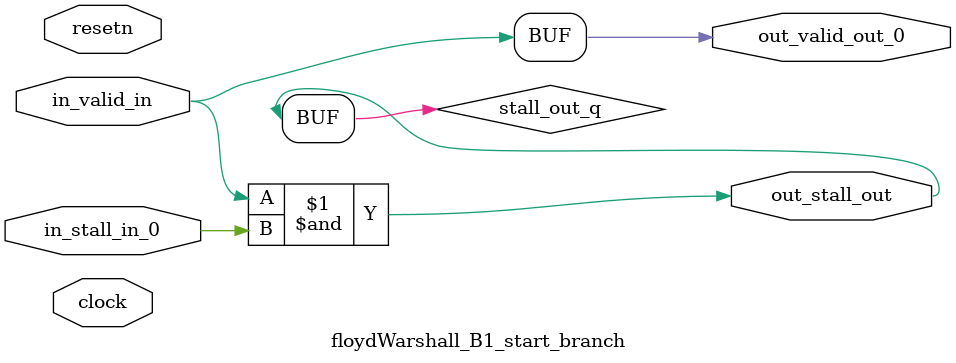
<source format=sv>



(* altera_attribute = "-name AUTO_SHIFT_REGISTER_RECOGNITION OFF; -name MESSAGE_DISABLE 10036; -name MESSAGE_DISABLE 10037; -name MESSAGE_DISABLE 14130; -name MESSAGE_DISABLE 14320; -name MESSAGE_DISABLE 15400; -name MESSAGE_DISABLE 14130; -name MESSAGE_DISABLE 10036; -name MESSAGE_DISABLE 12020; -name MESSAGE_DISABLE 12030; -name MESSAGE_DISABLE 12010; -name MESSAGE_DISABLE 12110; -name MESSAGE_DISABLE 14320; -name MESSAGE_DISABLE 13410; -name MESSAGE_DISABLE 113007; -name MESSAGE_DISABLE 10958" *)
module floydWarshall_B1_start_branch (
    input wire [0:0] in_stall_in_0,
    input wire [0:0] in_valid_in,
    output wire [0:0] out_stall_out,
    output wire [0:0] out_valid_out_0,
    input wire clock,
    input wire resetn
    );

    wire [0:0] stall_out_q;


    // stall_out(LOGICAL,6)
    assign stall_out_q = in_valid_in & in_stall_in_0;

    // out_stall_out(GPOUT,4)
    assign out_stall_out = stall_out_q;

    // out_valid_out_0(GPOUT,5)
    assign out_valid_out_0 = in_valid_in;

endmodule

</source>
